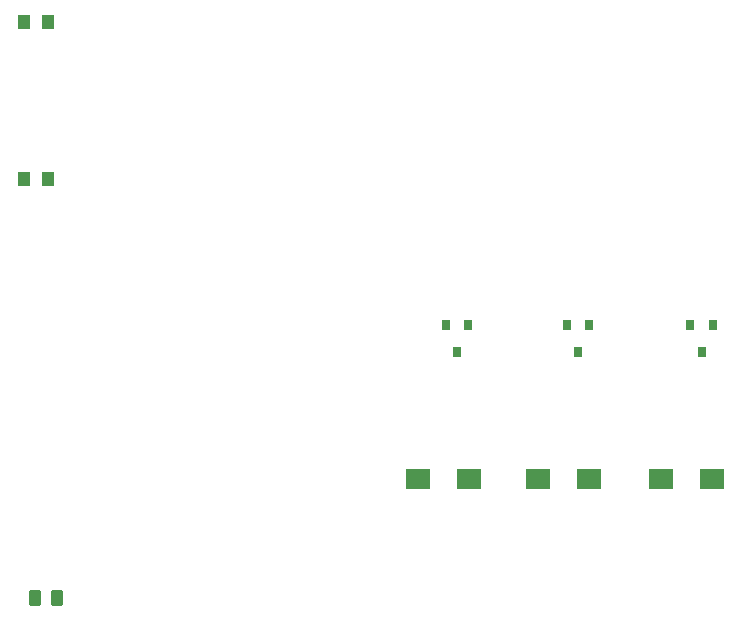
<source format=gbp>
G04*
G04 #@! TF.GenerationSoftware,Altium Limited,Altium Designer,18.0.11 (651)*
G04*
G04 Layer_Color=128*
%FSTAX24Y24*%
%MOIN*%
G70*
G01*
G75*
G04:AMPARAMS|DCode=34|XSize=39.4mil|YSize=55.9mil|CornerRadius=4.9mil|HoleSize=0mil|Usage=FLASHONLY|Rotation=180.000|XOffset=0mil|YOffset=0mil|HoleType=Round|Shape=RoundedRectangle|*
%AMROUNDEDRECTD34*
21,1,0.0394,0.0461,0,0,180.0*
21,1,0.0295,0.0559,0,0,180.0*
1,1,0.0098,-0.0148,0.0230*
1,1,0.0098,0.0148,0.0230*
1,1,0.0098,0.0148,-0.0230*
1,1,0.0098,-0.0148,-0.0230*
%
%ADD34ROUNDEDRECTD34*%
%ADD116R,0.0276X0.0354*%
%ADD117R,0.0787X0.0709*%
%ADD118R,0.0394X0.0500*%
D34*
X015318Y0201D02*
D03*
X014582D02*
D03*
D116*
X02865Y028297D02*
D03*
X028276Y029203D02*
D03*
X029024D02*
D03*
X03305D02*
D03*
X032302D02*
D03*
X032676Y028297D02*
D03*
X037174Y029203D02*
D03*
X036426D02*
D03*
X0368Y028297D02*
D03*
D117*
X029052Y02405D02*
D03*
X027348D02*
D03*
X031348D02*
D03*
X033052D02*
D03*
X035448D02*
D03*
X037152D02*
D03*
D118*
X015Y03405D02*
D03*
X0142D02*
D03*
X015Y0393D02*
D03*
X0142D02*
D03*
M02*

</source>
